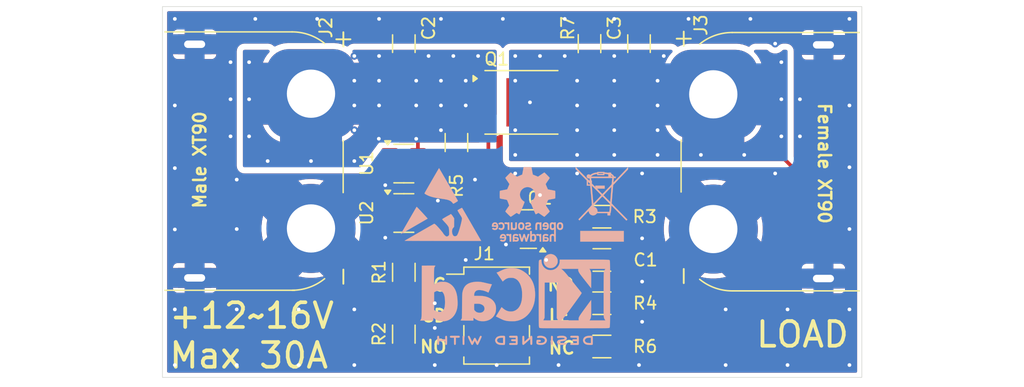
<source format=kicad_pcb>
(kicad_pcb
	(version 20241229)
	(generator "pcbnew")
	(generator_version "9.0")
	(general
		(thickness 0.9346)
		(legacy_teardrops no)
	)
	(paper "A4")
	(layers
		(0 "F.Cu" signal)
		(2 "B.Cu" signal)
		(9 "F.Adhes" user "F.Adhesive")
		(11 "B.Adhes" user "B.Adhesive")
		(13 "F.Paste" user)
		(15 "B.Paste" user)
		(5 "F.SilkS" user "F.Silkscreen")
		(7 "B.SilkS" user "B.Silkscreen")
		(1 "F.Mask" user)
		(3 "B.Mask" user)
		(17 "Dwgs.User" user "User.Drawings")
		(19 "Cmts.User" user "User.Comments")
		(21 "Eco1.User" user "User.Eco1")
		(23 "Eco2.User" user "User.Eco2")
		(25 "Edge.Cuts" user)
		(27 "Margin" user)
		(31 "F.CrtYd" user "F.Courtyard")
		(29 "B.CrtYd" user "B.Courtyard")
		(35 "F.Fab" user)
		(33 "B.Fab" user)
		(39 "User.1" user)
		(41 "User.2" user)
		(43 "User.3" user)
		(45 "User.4" user)
	)
	(setup
		(stackup
			(layer "F.SilkS"
				(type "Top Silk Screen")
				(color "White")
			)
			(layer "F.Paste"
				(type "Top Solder Paste")
			)
			(layer "F.Mask"
				(type "Top Solder Mask")
				(color "Purple")
				(thickness 0.0152)
			)
			(layer "F.Cu"
				(type "copper")
				(thickness 0.0711)
			)
			(layer "dielectric 1"
				(type "core")
				(thickness 0.762)
				(material "FR4")
				(epsilon_r 4.5)
				(loss_tangent 0.02)
			)
			(layer "B.Cu"
				(type "copper")
				(thickness 0.0711)
			)
			(layer "B.Mask"
				(type "Bottom Solder Mask")
				(color "Purple")
				(thickness 0.0152)
			)
			(layer "B.Paste"
				(type "Bottom Solder Paste")
			)
			(layer "B.SilkS"
				(type "Bottom Silk Screen")
				(color "White")
			)
			(copper_finish "None")
			(dielectric_constraints no)
		)
		(pad_to_mask_clearance 0)
		(allow_soldermask_bridges_in_footprints no)
		(tenting front back)
		(pcbplotparams
			(layerselection 0x00000000_00000000_55555555_5755f5ff)
			(plot_on_all_layers_selection 0x00000000_00000000_00000000_00000000)
			(disableapertmacros no)
			(usegerberextensions no)
			(usegerberattributes yes)
			(usegerberadvancedattributes yes)
			(creategerberjobfile yes)
			(dashed_line_dash_ratio 12.000000)
			(dashed_line_gap_ratio 3.000000)
			(svgprecision 4)
			(plotframeref no)
			(mode 1)
			(useauxorigin no)
			(hpglpennumber 1)
			(hpglpenspeed 20)
			(hpglpendiameter 15.000000)
			(pdf_front_fp_property_popups yes)
			(pdf_back_fp_property_popups yes)
			(pdf_metadata yes)
			(pdf_single_document no)
			(dxfpolygonmode yes)
			(dxfimperialunits yes)
			(dxfusepcbnewfont yes)
			(psnegative no)
			(psa4output no)
			(plot_black_and_white yes)
			(sketchpadsonfab no)
			(plotpadnumbers no)
			(hidednponfab no)
			(sketchdnponfab yes)
			(crossoutdnponfab yes)
			(subtractmaskfromsilk no)
			(outputformat 1)
			(mirror no)
			(drillshape 1)
			(scaleselection 1)
			(outputdirectory "")
		)
	)
	(net 0 "")
	(net 1 "VOUT")
	(net 2 "GND")
	(net 3 "/vchg")
	(net 4 "/vsw")
	(net 5 "/btn_led")
	(net 6 "/vbuf")
	(net 7 "Net-(J1-Pin_5)")
	(net 8 "VIN")
	(net 9 "/vgate")
	(net 10 "/vfb")
	(net 11 "/vinv")
	(net 12 "unconnected-(U1-NC-Pad1)")
	(net 13 "unconnected-(U2-NC-Pad1)")
	(footprint "Resistor_SMD:R_1206_3216Metric" (layer "F.Cu") (at 119 106.5 -90))
	(footprint "Capacitor_SMD:C_1206_3216Metric" (layer "F.Cu") (at 119 83 90))
	(footprint "My_Footprints:AMASS_XT90PW-M_1x02_P10.90mm_Horizontal" (layer "F.Cu") (at 111.5 97.95 90))
	(footprint "Package_TO_SOT_SMD:TSOT-23-5" (layer "F.Cu") (at 119 96.7))
	(footprint "Resistor_SMD:R_1206_3216Metric" (layer "F.Cu") (at 135 97 180))
	(footprint "Capacitor_SMD:C_1206_3216Metric" (layer "F.Cu") (at 135 100.5))
	(footprint "Resistor_SMD:R_1206_3216Metric" (layer "F.Cu") (at 123.25 91 -90))
	(footprint "Resistor_SMD:R_1206_3216Metric" (layer "F.Cu") (at 135 104))
	(footprint "Resistor_SMD:R_1206_3216Metric" (layer "F.Cu") (at 119 101.5 -90))
	(footprint "Package_SO:PowerPAK_SO-8_Single" (layer "F.Cu") (at 128.5 87.75))
	(footprint "Resistor_SMD:R_1206_3216Metric" (layer "F.Cu") (at 135 107.5 180))
	(footprint "Capacitor_SMD:C_1206_3216Metric" (layer "F.Cu") (at 138 83 90))
	(footprint "Connector_PinHeader_2.54mm:PinHeader_2x03_P2.54mm_Vertical_SMD" (layer "F.Cu") (at 126.5 105))
	(footprint "Package_TO_SOT_SMD:TSOT-23-5" (layer "F.Cu") (at 119 92.7))
	(footprint "My_Footprints:AMASS_XT90PW-F_1x02_P10.90mm_Horizontal" (layer "F.Cu") (at 144 87.1 -90))
	(footprint "Resistor_SMD:R_1206_3216Metric" (layer "F.Cu") (at 134 83 90))
	(footprint "Package_TO_SOT_SMD:SOT-23" (layer "F.Cu") (at 129.0625 98 180))
	(footprint "Symbol:OSHW-Logo_5.7x6mm_SilkScreen" (layer "B.Cu") (at 129 96 180))
	(footprint "Symbol:ESD-Logo_6.6x6mm_SilkScreen" (layer "B.Cu") (at 122 96 180))
	(footprint "Symbol:KiCad-Logo2_6mm_SilkScreen" (layer "B.Cu") (at 128 103 180))
	(footprint "Symbol:WEEE-Logo_4.2x6mm_SilkScreen" (layer "B.Cu") (at 135 96 180))
	(gr_rect
		(start 133 84)
		(end 140 92)
		(stroke
			(width 0.1)
			(type solid)
		)
		(fill yes)
		(layer "F.Mask")
		(uuid "37ff104d-280f-4007-aa64-3ebfb0f91eff")
	)
	(gr_rect
		(start 115 84)
		(end 124 90)
		(stroke
			(width 0.1)
			(type solid)
		)
		(fill yes)
		(layer "F.Mask")
		(uuid "aa7799ae-b3f9-4ea5-b725-58e3da09cfc9")
	)
	(gr_rect
		(start 115 84)
		(end 126 90)
		(stroke
			(width 0.1)
			(type solid)
		)
		(fill yes)
		(layer "B.Mask")
		(uuid "28629c7a-ae9a-436e-9ec4-b663f9023c4f")
	)
	(gr_rect
		(start 128 84)
		(end 140 92)
		(stroke
			(width 0.1)
			(type solid)
		)
		(fill yes)
		(layer "B.Mask")
		(uuid "b182b1b1-7aa7-45c8-8db7-22ae15230cae")
	)
	(gr_rect
		(start 115 84)
		(end 124 90)
		(stroke
			(width 0.1)
			(type solid)
		)
		(fill yes)
		(layer "F.Paste")
		(uuid "0b2a2b07-f6d8-493f-8c01-6d204c18e43c")
	)
	(gr_rect
		(start 133 84)
		(end 140 92)
		(stroke
			(width 0.1)
			(type solid)
		)
		(fill yes)
		(layer "F.Paste")
		(uuid "a42da462-f138-4253-b0d8-984a6762559d")
	)
	(gr_rect
		(start 128 84)
		(end 140 92)
		(stroke
			(width 0.1)
			(type solid)
		)
		(fill yes)
		(layer "B.Paste")
		(uuid "76205144-3c4c-4e61-b0a9-13c61dc9377f")
	)
	(gr_rect
		(start 115 84)
		(end 126 90)
		(stroke
			(width 0.1)
			(type solid)
		)
		(fill yes)
		(layer "B.Paste")
		(uuid "a87cd26b-a894-4511-a498-cd78ca343c96")
	)
	(gr_rect
		(start 99.5 80)
		(end 156 110)
		(stroke
			(width 0.05)
			(type default)
		)
		(fill no)
		(layer "Edge.Cuts")
		(uuid "31a2e6db-5134-4419-adea-bed696ddf930")
	)
	(gr_text "GD"
		(at 120.3 105.6 0)
		(layer "F.SilkS")
		(uuid "2361b99b-cd06-4961-af41-564d6baa3e1b")
		(effects
			(font
				(size 1 1)
				(thickness 0.2)
				(bold yes)
			)
			(justify left bottom)
		)
	)
	(gr_text "LE"
		(at 130.6 105.6 0)
		(layer "F.SilkS")
		(uuid "5cf3a4b2-4fc1-4253-922b-d74ee01443d9")
		(effects
			(font
				(size 1 1)
				(thickness 0.2)
				(bold yes)
			)
			(justify left bottom)
		)
	)
	(gr_text "NC"
		(at 120.2 103.1 0)
		(layer "F.SilkS")
		(uuid "689a5990-8475-4c56-9752-16f81dca3189")
		(effects
			(font
				(size 1 1)
				(thickness 0.2)
				(bold yes)
			)
			(justify left bottom)
		)
	)
	(gr_text "NO"
		(at 120.2 108.1 0)
		(layer "F.SilkS")
		(uuid "bb6e3622-6763-482a-8ee1-4c444587de5c")
		(effects
			(font
				(size 1 1)
				(thickness 0.2)
				(bold yes)
			)
			(justify left bottom)
		)
	)
	(gr_text "Male XT90"
		(at 103.1 96.44 90)
		(layer "F.SilkS")
		(uuid "bc170ee0-0b4b-4daf-817d-9c044d71dd1f")
		(effects
			(font
				(size 1 1)
				(thickness 0.2)
				(bold yes)
			)
			(justify left bottom)
		)
	)
	(gr_text "Female XT90"
		(at 152.4 87.7 270)
		(layer "F.SilkS")
		(uuid "c4e4c5aa-0275-4994-a394-8809a259fc98")
		(effects
			(font
				(size 1 1)
				(thickness 0.2)
				(bold yes)
			)
			(justify left bottom)
		)
	)
	(gr_text "NO"
		(at 130.5 103.1 0)
		(layer "F.SilkS")
		(uuid "e38e41d0-6e83-4578-a1fd-514e07c97e9f")
		(effects
			(font
				(size 1 1)
				(thickness 0.2)
				(bold yes)
			)
			(justify left bottom)
		)
	)
	(gr_text "+12~16V\nMax 30A"
		(at 99.9 109.4 0)
		(layer "F.SilkS")
		(uuid "ebf18f91-81ef-4b42-bc16-719f083f948a")
		(effects
			(font
				(size 2 2)
				(thickness 0.3)
			)
			(justify left bottom)
		)
	)
	(gr_text "NC"
		(at 130.6 108.2 0)
		(layer "F.SilkS")
		(uuid "f4e3d1d1-d6d8-498a-afac-33fc54975bde")
		(effects
			(font
				(size 1 1)
				(thickness 0.2)
				(bold yes)
			)
			(justify left bottom)
		)
	)
	(gr_text "LOAD\n"
		(at 147.3 107.7 0)
		(layer "F.SilkS")
		(uuid "fa2b2459-199d-4c0e-9159-7d9fd628710f")
		(effects
			(font
				(size 2 2)
				(thickness 0.3)
			)
			(justify left bottom)
		)
	)
	(segment
		(start 150.5 100.975)
		(end 150.5 93.1)
		(width 0.3)
		(layer "F.Cu")
		(net 1)
		(uuid "5a67ae01-b734-4dfb-8c12-1644645b484d")
	)
	(segment
		(start 136.4625 107.5)
		(end 143.975 107.5)
		(width 0.3)
		(layer "F.Cu")
		(net 1)
		(uuid "621ccd24-99a5-4381-bb3d-8185ee9de130")
	)
	(segment
		(start 143.975 107.5)
		(end 150.5 100.975)
		(width 0.3)
		(layer "F.Cu")
		(net 1)
		(uuid "c2a06536-3a55-429f-b299-65bed14a491a")
	)
	(segment
		(start 149.5 92.1)
		(end 149.5 90.5)
		(width 0.3)
		(layer "F.Cu")
		(net 1)
		(uuid "d793f5f9-1513-4ca8-8cd2-aeaaea5e11bb")
	)
	(segment
		(start 150.5 93.1)
		(end 149.5 92.1)
		(width 0.3)
		(layer "F.Cu")
		(net 1)
		(uuid "da773983-a1aa-482a-994b-192d067e4b6a")
	)
	(via
		(at 146.5 92)
		(size 0.6)
		(drill 0.3)
		(layers "F.Cu" "B.Cu")
		(free yes)
		(net 1)
		(uuid "0293954d-4eab-4e7c-a8bc-1a150b280529")
	)
	(via
		(at 143 92)
		(size 0.6)
		(drill 0.3)
		(layers "F.Cu" "B.Cu")
		(free yes)
		(net 1)
		(uuid "03ae57fb-73b7-43b6-accb-896c8127b150")
	)
	(via
		(at 136 92)
		(size 0.6)
		(drill 0.3)
		(layers "F.Cu" "B.Cu")
		(free yes)
		(net 1)
		(uuid "07844987-b942-4c04-91ad-0b22400ea199")
	)
	(via
		(at 149.5 84.5)
		(size 0.6)
		(drill 0.3)
		(layers "F.Cu" "B.Cu")
		(free yes)
		(net 1)
		(uuid "0accd85d-668e-401a-94ee-bbb5866e8ebf")
	)
	(via
		(at 133 92)
		(size 0.6)
		(drill 0.3)
		(layers "F.Cu" "B.Cu")
		(free yes)
		(n
... [113948 chars truncated]
</source>
